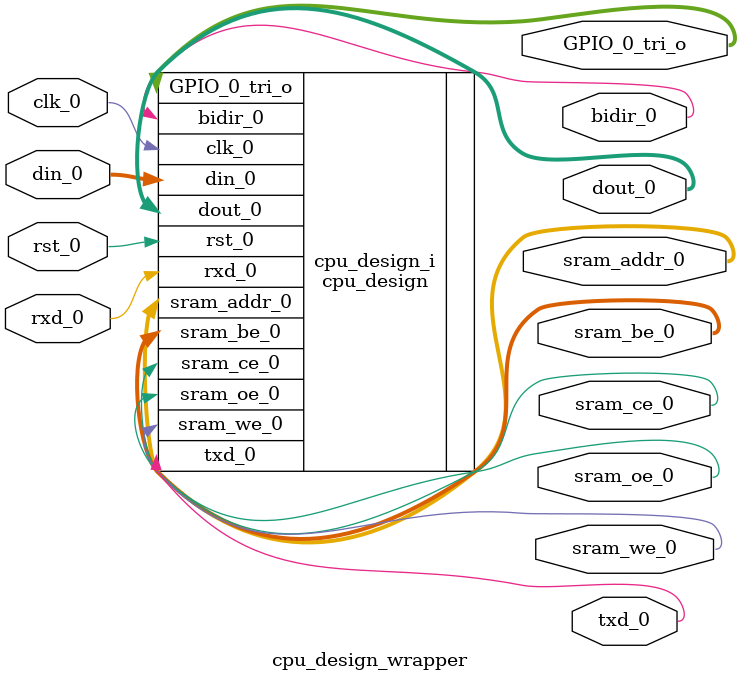
<source format=v>
`timescale 1 ps / 1 ps

module cpu_design_wrapper
   (GPIO_0_tri_o,
    bidir_0,
    clk_0,
    din_0,
    dout_0,
    rst_0,
    rxd_0,
    sram_addr_0,
    sram_be_0,
    sram_ce_0,
    sram_oe_0,
    sram_we_0,
    txd_0);
  output [31:0]GPIO_0_tri_o;
  output bidir_0;
  input clk_0;
  input [63:0]din_0;
  output [63:0]dout_0;
  input rst_0;
  input rxd_0;
  output [19:0]sram_addr_0;
  output [7:0]sram_be_0;
  output sram_ce_0;
  output sram_oe_0;
  output sram_we_0;
  output txd_0;

  wire [31:0]GPIO_0_tri_o;
  wire bidir_0;
  wire clk_0;
  wire [63:0]din_0;
  wire [63:0]dout_0;
  wire rst_0;
  wire rxd_0;
  wire [19:0]sram_addr_0;
  wire [7:0]sram_be_0;
  wire sram_ce_0;
  wire sram_oe_0;
  wire sram_we_0;
  wire txd_0;

  cpu_design cpu_design_i
       (.GPIO_0_tri_o(GPIO_0_tri_o),
        .bidir_0(bidir_0),
        .clk_0(clk_0),
        .din_0(din_0),
        .dout_0(dout_0),
        .rst_0(rst_0),
        .rxd_0(rxd_0),
        .sram_addr_0(sram_addr_0),
        .sram_be_0(sram_be_0),
        .sram_ce_0(sram_ce_0),
        .sram_oe_0(sram_oe_0),
        .sram_we_0(sram_we_0),
        .txd_0(txd_0));
endmodule

</source>
